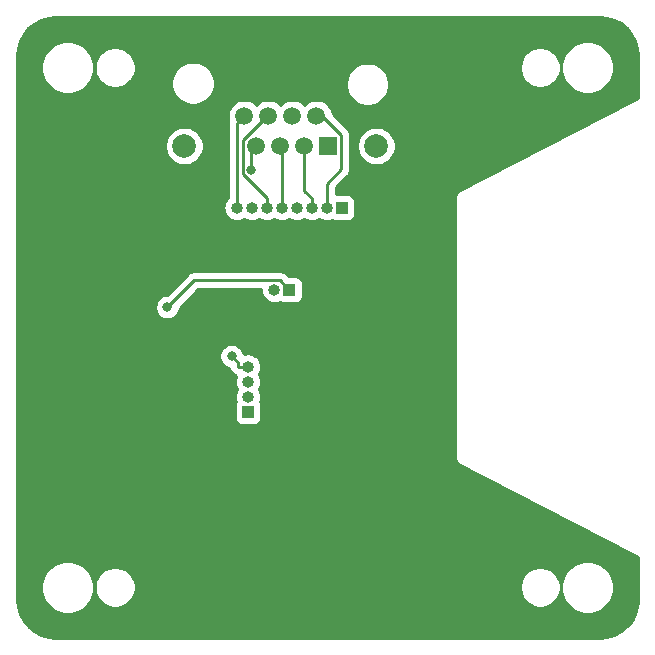
<source format=gbl>
G04 #@! TF.GenerationSoftware,KiCad,Pcbnew,5.1.2-f72e74a~84~ubuntu18.04.1*
G04 #@! TF.CreationDate,2019-07-18T22:32:31+09:00*
G04 #@! TF.ProjectId,dentureRS485,64656e74-7572-4655-9253-3438352e6b69,rev?*
G04 #@! TF.SameCoordinates,Original*
G04 #@! TF.FileFunction,Copper,L2,Bot*
G04 #@! TF.FilePolarity,Positive*
%FSLAX46Y46*%
G04 Gerber Fmt 4.6, Leading zero omitted, Abs format (unit mm)*
G04 Created by KiCad (PCBNEW 5.1.2-f72e74a~84~ubuntu18.04.1) date 2019-07-18 22:32:31*
%MOMM*%
%LPD*%
G04 APERTURE LIST*
%ADD10R,1.000000X1.000000*%
%ADD11O,1.000000X1.000000*%
%ADD12R,1.500000X1.500000*%
%ADD13C,1.500000*%
%ADD14C,2.000000*%
%ADD15C,0.800000*%
%ADD16C,0.250000*%
%ADD17C,0.254000*%
G04 APERTURE END LIST*
D10*
X118259000Y-82153200D03*
D11*
X118259000Y-80883200D03*
X118259000Y-79613200D03*
X118259000Y-78343200D03*
D10*
X126205000Y-64871600D03*
D11*
X124935000Y-64871600D03*
X123665000Y-64871600D03*
X122395000Y-64871600D03*
X121125000Y-64871600D03*
X119855000Y-64871600D03*
X118585000Y-64871600D03*
X117315000Y-64871600D03*
D12*
X125070000Y-59639200D03*
D13*
X123030000Y-59639200D03*
X120990000Y-59639200D03*
X118950000Y-59639200D03*
X124050000Y-57099200D03*
X122010000Y-57099200D03*
X119970000Y-57099200D03*
X117930000Y-57099200D03*
D14*
X129115000Y-59639200D03*
X112865000Y-59639200D03*
D10*
X121769000Y-71813200D03*
D11*
X120499000Y-71813200D03*
D15*
X132868800Y-62953200D03*
X125555053Y-71679453D03*
X139578800Y-93193200D03*
X105795309Y-94437674D03*
X105484039Y-55378439D03*
X110158800Y-76503200D03*
X128798800Y-84413200D03*
X128718800Y-77713200D03*
X141778800Y-56883200D03*
X118531700Y-61673500D03*
X111424600Y-73285600D03*
X116874000Y-77427000D03*
D16*
X132868800Y-62953200D02*
X125555053Y-70266947D01*
X125555053Y-70266947D02*
X125555053Y-71679453D01*
X125555053Y-71679453D02*
X125555053Y-79169453D01*
X125555053Y-79169453D02*
X139578800Y-93193200D01*
X105795309Y-94437674D02*
X105795309Y-55689709D01*
X105795309Y-55689709D02*
X105484039Y-55378439D01*
X105795309Y-94437674D02*
X105795309Y-80866691D01*
X105795309Y-80866691D02*
X110158800Y-76503200D01*
X139578800Y-93193200D02*
X137578800Y-93193200D01*
X137578800Y-93193200D02*
X128798800Y-84413200D01*
X128798800Y-84413200D02*
X128798800Y-77793200D01*
X128798800Y-77793200D02*
X128718800Y-77713200D01*
X132868800Y-62953200D02*
X135708800Y-62953200D01*
X135708800Y-62953200D02*
X141778800Y-56883200D01*
X124050000Y-57099200D02*
X124538000Y-57099200D01*
X124538000Y-57099200D02*
X126145400Y-58706600D01*
X126145400Y-58706600D02*
X126145400Y-61614600D01*
X126145400Y-61614600D02*
X124935000Y-62825000D01*
X124935000Y-62825000D02*
X124935000Y-64871600D01*
X123665000Y-64871600D02*
X123665000Y-64046300D01*
X123030000Y-59639200D02*
X123030000Y-63411300D01*
X123030000Y-63411300D02*
X123665000Y-64046300D01*
X120990000Y-59639200D02*
X121125000Y-59774200D01*
X121125000Y-59774200D02*
X121125000Y-64871600D01*
X119970000Y-57099200D02*
X119842400Y-57099200D01*
X119842400Y-57099200D02*
X117806400Y-59135200D01*
X117806400Y-59135200D02*
X117806400Y-61997700D01*
X117806400Y-61997700D02*
X119855000Y-64046300D01*
X119855000Y-64871600D02*
X119855000Y-64046300D01*
X118950000Y-59639200D02*
X118531700Y-60057500D01*
X118531700Y-60057500D02*
X118531700Y-61673500D01*
X117930000Y-57099200D02*
X117315000Y-57714200D01*
X117315000Y-57714200D02*
X117315000Y-64871600D01*
X121769000Y-71813200D02*
X120943600Y-70987800D01*
X120943600Y-70987800D02*
X113722400Y-70987800D01*
X113722400Y-70987800D02*
X111424600Y-73285600D01*
X118259000Y-78343200D02*
X117433700Y-78343200D01*
X116874000Y-77427000D02*
X117433700Y-77986700D01*
X117433700Y-77986700D02*
X117433700Y-78343200D01*
D17*
G36*
X148638370Y-48775998D02*
G01*
X149252424Y-48961392D01*
X149818773Y-49262525D01*
X150315848Y-49667928D01*
X150724712Y-50162159D01*
X151029790Y-50726389D01*
X151219467Y-51339137D01*
X151290000Y-52010204D01*
X151290001Y-55567461D01*
X136231922Y-63339373D01*
X136226980Y-63340872D01*
X136169773Y-63371450D01*
X136143372Y-63385076D01*
X136139078Y-63387856D01*
X136103637Y-63406800D01*
X136080506Y-63425784D01*
X136055394Y-63442044D01*
X136026580Y-63470039D01*
X135995525Y-63495526D01*
X135976544Y-63518655D01*
X135955085Y-63539504D01*
X135932287Y-63572582D01*
X135906800Y-63603638D01*
X135892696Y-63630025D01*
X135875717Y-63654660D01*
X135859810Y-63691550D01*
X135840872Y-63726981D01*
X135832186Y-63755614D01*
X135820340Y-63783087D01*
X135811937Y-63822367D01*
X135800273Y-63860817D01*
X135797340Y-63890600D01*
X135791082Y-63919851D01*
X135790503Y-63960014D01*
X135790000Y-63965124D01*
X135790000Y-63994942D01*
X135789067Y-64059693D01*
X135790000Y-64064764D01*
X135790001Y-85935230D01*
X135789067Y-85940307D01*
X135790001Y-86005127D01*
X135790001Y-86034877D01*
X135790503Y-86039975D01*
X135791082Y-86080149D01*
X135797341Y-86109408D01*
X135800274Y-86139184D01*
X135811935Y-86177626D01*
X135820340Y-86216913D01*
X135832189Y-86244392D01*
X135840873Y-86273020D01*
X135859808Y-86308446D01*
X135875717Y-86345340D01*
X135892698Y-86369978D01*
X135906801Y-86396363D01*
X135932286Y-86427417D01*
X135955085Y-86460496D01*
X135976545Y-86481346D01*
X135995526Y-86504475D01*
X136026579Y-86529960D01*
X136055394Y-86557956D01*
X136080509Y-86574219D01*
X136103638Y-86593200D01*
X136139073Y-86612141D01*
X136143372Y-86614924D01*
X136169802Y-86628565D01*
X136226981Y-86659128D01*
X136231920Y-86660626D01*
X151265000Y-94419636D01*
X151265001Y-98036105D01*
X151274048Y-98127967D01*
X151224004Y-98638366D01*
X151038607Y-99252428D01*
X150737474Y-99818775D01*
X150332071Y-100315847D01*
X149837842Y-100724710D01*
X149273611Y-101029790D01*
X148660862Y-101219467D01*
X147989787Y-101290000D01*
X102034720Y-101290000D01*
X101361634Y-101224004D01*
X100747572Y-101038607D01*
X100181225Y-100737474D01*
X99684153Y-100332071D01*
X99275290Y-99837842D01*
X98970210Y-99273611D01*
X98780533Y-98660862D01*
X98710000Y-97989787D01*
X98710000Y-96779872D01*
X100765000Y-96779872D01*
X100765000Y-97220128D01*
X100850890Y-97651925D01*
X101019369Y-98058669D01*
X101263962Y-98424729D01*
X101575271Y-98736038D01*
X101941331Y-98980631D01*
X102348075Y-99149110D01*
X102779872Y-99235000D01*
X103220128Y-99235000D01*
X103651925Y-99149110D01*
X104058669Y-98980631D01*
X104424729Y-98736038D01*
X104736038Y-98424729D01*
X104980631Y-98058669D01*
X105149110Y-97651925D01*
X105235000Y-97220128D01*
X105235000Y-96829117D01*
X105265000Y-96829117D01*
X105265000Y-97170883D01*
X105331675Y-97506081D01*
X105462463Y-97821831D01*
X105652337Y-98105998D01*
X105894002Y-98347663D01*
X106178169Y-98537537D01*
X106493919Y-98668325D01*
X106829117Y-98735000D01*
X107170883Y-98735000D01*
X107506081Y-98668325D01*
X107821831Y-98537537D01*
X108105998Y-98347663D01*
X108347663Y-98105998D01*
X108537537Y-97821831D01*
X108668325Y-97506081D01*
X108735000Y-97170883D01*
X108735000Y-96829117D01*
X141265000Y-96829117D01*
X141265000Y-97170883D01*
X141331675Y-97506081D01*
X141462463Y-97821831D01*
X141652337Y-98105998D01*
X141894002Y-98347663D01*
X142178169Y-98537537D01*
X142493919Y-98668325D01*
X142829117Y-98735000D01*
X143170883Y-98735000D01*
X143506081Y-98668325D01*
X143821831Y-98537537D01*
X144105998Y-98347663D01*
X144347663Y-98105998D01*
X144537537Y-97821831D01*
X144668325Y-97506081D01*
X144735000Y-97170883D01*
X144735000Y-96829117D01*
X144725205Y-96779872D01*
X144765000Y-96779872D01*
X144765000Y-97220128D01*
X144850890Y-97651925D01*
X145019369Y-98058669D01*
X145263962Y-98424729D01*
X145575271Y-98736038D01*
X145941331Y-98980631D01*
X146348075Y-99149110D01*
X146779872Y-99235000D01*
X147220128Y-99235000D01*
X147651925Y-99149110D01*
X148058669Y-98980631D01*
X148424729Y-98736038D01*
X148736038Y-98424729D01*
X148980631Y-98058669D01*
X149149110Y-97651925D01*
X149235000Y-97220128D01*
X149235000Y-96779872D01*
X149149110Y-96348075D01*
X148980631Y-95941331D01*
X148736038Y-95575271D01*
X148424729Y-95263962D01*
X148058669Y-95019369D01*
X147651925Y-94850890D01*
X147220128Y-94765000D01*
X146779872Y-94765000D01*
X146348075Y-94850890D01*
X145941331Y-95019369D01*
X145575271Y-95263962D01*
X145263962Y-95575271D01*
X145019369Y-95941331D01*
X144850890Y-96348075D01*
X144765000Y-96779872D01*
X144725205Y-96779872D01*
X144668325Y-96493919D01*
X144537537Y-96178169D01*
X144347663Y-95894002D01*
X144105998Y-95652337D01*
X143821831Y-95462463D01*
X143506081Y-95331675D01*
X143170883Y-95265000D01*
X142829117Y-95265000D01*
X142493919Y-95331675D01*
X142178169Y-95462463D01*
X141894002Y-95652337D01*
X141652337Y-95894002D01*
X141462463Y-96178169D01*
X141331675Y-96493919D01*
X141265000Y-96829117D01*
X108735000Y-96829117D01*
X108668325Y-96493919D01*
X108537537Y-96178169D01*
X108347663Y-95894002D01*
X108105998Y-95652337D01*
X107821831Y-95462463D01*
X107506081Y-95331675D01*
X107170883Y-95265000D01*
X106829117Y-95265000D01*
X106493919Y-95331675D01*
X106178169Y-95462463D01*
X105894002Y-95652337D01*
X105652337Y-95894002D01*
X105462463Y-96178169D01*
X105331675Y-96493919D01*
X105265000Y-96829117D01*
X105235000Y-96829117D01*
X105235000Y-96779872D01*
X105149110Y-96348075D01*
X104980631Y-95941331D01*
X104736038Y-95575271D01*
X104424729Y-95263962D01*
X104058669Y-95019369D01*
X103651925Y-94850890D01*
X103220128Y-94765000D01*
X102779872Y-94765000D01*
X102348075Y-94850890D01*
X101941331Y-95019369D01*
X101575271Y-95263962D01*
X101263962Y-95575271D01*
X101019369Y-95941331D01*
X100850890Y-96348075D01*
X100765000Y-96779872D01*
X98710000Y-96779872D01*
X98710000Y-77325061D01*
X115839000Y-77325061D01*
X115839000Y-77528939D01*
X115878774Y-77728898D01*
X115956795Y-77917256D01*
X116070063Y-78086774D01*
X116214226Y-78230937D01*
X116383744Y-78344205D01*
X116572102Y-78422226D01*
X116679919Y-78443672D01*
X116684697Y-78492186D01*
X116728154Y-78635447D01*
X116798726Y-78767476D01*
X116893699Y-78883201D01*
X117009424Y-78978174D01*
X117141453Y-79048746D01*
X117255288Y-79083277D01*
X117205324Y-79176753D01*
X117140423Y-79390701D01*
X117118509Y-79613200D01*
X117140423Y-79835699D01*
X117205324Y-80049647D01*
X117310716Y-80246823D01*
X117311846Y-80248200D01*
X117310716Y-80249577D01*
X117205324Y-80446753D01*
X117140423Y-80660701D01*
X117118509Y-80883200D01*
X117140423Y-81105699D01*
X117205324Y-81319647D01*
X117211297Y-81330821D01*
X117169498Y-81409020D01*
X117133188Y-81528718D01*
X117120928Y-81653200D01*
X117120928Y-82653200D01*
X117133188Y-82777682D01*
X117169498Y-82897380D01*
X117228463Y-83007694D01*
X117307815Y-83104385D01*
X117404506Y-83183737D01*
X117514820Y-83242702D01*
X117634518Y-83279012D01*
X117759000Y-83291272D01*
X118759000Y-83291272D01*
X118883482Y-83279012D01*
X119003180Y-83242702D01*
X119113494Y-83183737D01*
X119210185Y-83104385D01*
X119289537Y-83007694D01*
X119348502Y-82897380D01*
X119384812Y-82777682D01*
X119397072Y-82653200D01*
X119397072Y-81653200D01*
X119384812Y-81528718D01*
X119348502Y-81409020D01*
X119306703Y-81330821D01*
X119312676Y-81319647D01*
X119377577Y-81105699D01*
X119399491Y-80883200D01*
X119377577Y-80660701D01*
X119312676Y-80446753D01*
X119207284Y-80249577D01*
X119206154Y-80248200D01*
X119207284Y-80246823D01*
X119312676Y-80049647D01*
X119377577Y-79835699D01*
X119399491Y-79613200D01*
X119377577Y-79390701D01*
X119312676Y-79176753D01*
X119207284Y-78979577D01*
X119206154Y-78978200D01*
X119207284Y-78976823D01*
X119312676Y-78779647D01*
X119377577Y-78565699D01*
X119399491Y-78343200D01*
X119377577Y-78120701D01*
X119312676Y-77906753D01*
X119207284Y-77709577D01*
X119065449Y-77536751D01*
X118892623Y-77394916D01*
X118695447Y-77289524D01*
X118481499Y-77224623D01*
X118314752Y-77208200D01*
X118203248Y-77208200D01*
X118036501Y-77224623D01*
X117897414Y-77266815D01*
X117869226Y-77125102D01*
X117791205Y-76936744D01*
X117677937Y-76767226D01*
X117533774Y-76623063D01*
X117364256Y-76509795D01*
X117175898Y-76431774D01*
X116975939Y-76392000D01*
X116772061Y-76392000D01*
X116572102Y-76431774D01*
X116383744Y-76509795D01*
X116214226Y-76623063D01*
X116070063Y-76767226D01*
X115956795Y-76936744D01*
X115878774Y-77125102D01*
X115839000Y-77325061D01*
X98710000Y-77325061D01*
X98710000Y-73183661D01*
X110389600Y-73183661D01*
X110389600Y-73387539D01*
X110429374Y-73587498D01*
X110507395Y-73775856D01*
X110620663Y-73945374D01*
X110764826Y-74089537D01*
X110934344Y-74202805D01*
X111122702Y-74280826D01*
X111322661Y-74320600D01*
X111526539Y-74320600D01*
X111726498Y-74280826D01*
X111914856Y-74202805D01*
X112084374Y-74089537D01*
X112228537Y-73945374D01*
X112341805Y-73775856D01*
X112419826Y-73587498D01*
X112459600Y-73387539D01*
X112459600Y-73325401D01*
X114037202Y-71747800D01*
X119364950Y-71747800D01*
X119358509Y-71813200D01*
X119380423Y-72035699D01*
X119445324Y-72249647D01*
X119550716Y-72446823D01*
X119692551Y-72619649D01*
X119865377Y-72761484D01*
X120062553Y-72866876D01*
X120276501Y-72931777D01*
X120443248Y-72948200D01*
X120554752Y-72948200D01*
X120721499Y-72931777D01*
X120935447Y-72866876D01*
X120946621Y-72860903D01*
X121024820Y-72902702D01*
X121144518Y-72939012D01*
X121269000Y-72951272D01*
X122269000Y-72951272D01*
X122393482Y-72939012D01*
X122513180Y-72902702D01*
X122623494Y-72843737D01*
X122720185Y-72764385D01*
X122799537Y-72667694D01*
X122858502Y-72557380D01*
X122894812Y-72437682D01*
X122907072Y-72313200D01*
X122907072Y-71313200D01*
X122894812Y-71188718D01*
X122858502Y-71069020D01*
X122799537Y-70958706D01*
X122720185Y-70862015D01*
X122623494Y-70782663D01*
X122513180Y-70723698D01*
X122393482Y-70687388D01*
X122269000Y-70675128D01*
X121705729Y-70675128D01*
X121507403Y-70476802D01*
X121483601Y-70447799D01*
X121367876Y-70352826D01*
X121235847Y-70282254D01*
X121092586Y-70238797D01*
X120980933Y-70227800D01*
X120980922Y-70227800D01*
X120943600Y-70224124D01*
X120906278Y-70227800D01*
X113759723Y-70227800D01*
X113722400Y-70224124D01*
X113685077Y-70227800D01*
X113685067Y-70227800D01*
X113573414Y-70238797D01*
X113430153Y-70282254D01*
X113298123Y-70352826D01*
X113214483Y-70421468D01*
X113182399Y-70447799D01*
X113158601Y-70476797D01*
X111384799Y-72250600D01*
X111322661Y-72250600D01*
X111122702Y-72290374D01*
X110934344Y-72368395D01*
X110764826Y-72481663D01*
X110620663Y-72625826D01*
X110507395Y-72795344D01*
X110429374Y-72983702D01*
X110389600Y-73183661D01*
X98710000Y-73183661D01*
X98710000Y-64871600D01*
X116174509Y-64871600D01*
X116196423Y-65094099D01*
X116261324Y-65308047D01*
X116366716Y-65505223D01*
X116508551Y-65678049D01*
X116681377Y-65819884D01*
X116878553Y-65925276D01*
X117092501Y-65990177D01*
X117259248Y-66006600D01*
X117370752Y-66006600D01*
X117537499Y-65990177D01*
X117751447Y-65925276D01*
X117948623Y-65819884D01*
X117950000Y-65818754D01*
X117951377Y-65819884D01*
X118148553Y-65925276D01*
X118362501Y-65990177D01*
X118529248Y-66006600D01*
X118640752Y-66006600D01*
X118807499Y-65990177D01*
X119021447Y-65925276D01*
X119218623Y-65819884D01*
X119220000Y-65818754D01*
X119221377Y-65819884D01*
X119418553Y-65925276D01*
X119632501Y-65990177D01*
X119799248Y-66006600D01*
X119910752Y-66006600D01*
X120077499Y-65990177D01*
X120291447Y-65925276D01*
X120488623Y-65819884D01*
X120490000Y-65818754D01*
X120491377Y-65819884D01*
X120688553Y-65925276D01*
X120902501Y-65990177D01*
X121069248Y-66006600D01*
X121180752Y-66006600D01*
X121347499Y-65990177D01*
X121561447Y-65925276D01*
X121758623Y-65819884D01*
X121760000Y-65818754D01*
X121761377Y-65819884D01*
X121958553Y-65925276D01*
X122172501Y-65990177D01*
X122339248Y-66006600D01*
X122450752Y-66006600D01*
X122617499Y-65990177D01*
X122831447Y-65925276D01*
X123028623Y-65819884D01*
X123030000Y-65818754D01*
X123031377Y-65819884D01*
X123228553Y-65925276D01*
X123442501Y-65990177D01*
X123609248Y-66006600D01*
X123720752Y-66006600D01*
X123887499Y-65990177D01*
X124101447Y-65925276D01*
X124298623Y-65819884D01*
X124300000Y-65818754D01*
X124301377Y-65819884D01*
X124498553Y-65925276D01*
X124712501Y-65990177D01*
X124879248Y-66006600D01*
X124990752Y-66006600D01*
X125157499Y-65990177D01*
X125371447Y-65925276D01*
X125382621Y-65919303D01*
X125460820Y-65961102D01*
X125580518Y-65997412D01*
X125705000Y-66009672D01*
X126705000Y-66009672D01*
X126829482Y-65997412D01*
X126949180Y-65961102D01*
X127059494Y-65902137D01*
X127156185Y-65822785D01*
X127235537Y-65726094D01*
X127294502Y-65615780D01*
X127330812Y-65496082D01*
X127343072Y-65371600D01*
X127343072Y-64371600D01*
X127330812Y-64247118D01*
X127294502Y-64127420D01*
X127235537Y-64017106D01*
X127156185Y-63920415D01*
X127059494Y-63841063D01*
X126949180Y-63782098D01*
X126829482Y-63745788D01*
X126705000Y-63733528D01*
X125705000Y-63733528D01*
X125695000Y-63734513D01*
X125695000Y-63139801D01*
X126656403Y-62178399D01*
X126685401Y-62154601D01*
X126749910Y-62075997D01*
X126780374Y-62038877D01*
X126850946Y-61906847D01*
X126890807Y-61775439D01*
X126894403Y-61763586D01*
X126905400Y-61651933D01*
X126905400Y-61651924D01*
X126909076Y-61614601D01*
X126905400Y-61577278D01*
X126905400Y-59478167D01*
X127480000Y-59478167D01*
X127480000Y-59800233D01*
X127542832Y-60116112D01*
X127666082Y-60413663D01*
X127845013Y-60681452D01*
X128072748Y-60909187D01*
X128340537Y-61088118D01*
X128638088Y-61211368D01*
X128953967Y-61274200D01*
X129276033Y-61274200D01*
X129591912Y-61211368D01*
X129889463Y-61088118D01*
X130157252Y-60909187D01*
X130384987Y-60681452D01*
X130563918Y-60413663D01*
X130687168Y-60116112D01*
X130750000Y-59800233D01*
X130750000Y-59478167D01*
X130687168Y-59162288D01*
X130563918Y-58864737D01*
X130384987Y-58596948D01*
X130157252Y-58369213D01*
X129889463Y-58190282D01*
X129591912Y-58067032D01*
X129276033Y-58004200D01*
X128953967Y-58004200D01*
X128638088Y-58067032D01*
X128340537Y-58190282D01*
X128072748Y-58369213D01*
X127845013Y-58596948D01*
X127666082Y-58864737D01*
X127542832Y-59162288D01*
X127480000Y-59478167D01*
X126905400Y-59478167D01*
X126905400Y-58743923D01*
X126909076Y-58706600D01*
X126905400Y-58669277D01*
X126905400Y-58669267D01*
X126894403Y-58557614D01*
X126850946Y-58414353D01*
X126780375Y-58282325D01*
X126780374Y-58282323D01*
X126709199Y-58195597D01*
X126685401Y-58166599D01*
X126656404Y-58142802D01*
X125424723Y-56911121D01*
X125381775Y-56695211D01*
X125277371Y-56443157D01*
X125125799Y-56216314D01*
X124932886Y-56023401D01*
X124706043Y-55871829D01*
X124453989Y-55767425D01*
X124186411Y-55714200D01*
X123913589Y-55714200D01*
X123646011Y-55767425D01*
X123393957Y-55871829D01*
X123167114Y-56023401D01*
X123030000Y-56160515D01*
X122892886Y-56023401D01*
X122666043Y-55871829D01*
X122413989Y-55767425D01*
X122146411Y-55714200D01*
X121873589Y-55714200D01*
X121606011Y-55767425D01*
X121353957Y-55871829D01*
X121127114Y-56023401D01*
X120990000Y-56160515D01*
X120852886Y-56023401D01*
X120626043Y-55871829D01*
X120373989Y-55767425D01*
X120106411Y-55714200D01*
X119833589Y-55714200D01*
X119566011Y-55767425D01*
X119313957Y-55871829D01*
X119087114Y-56023401D01*
X118950000Y-56160515D01*
X118812886Y-56023401D01*
X118586043Y-55871829D01*
X118333989Y-55767425D01*
X118066411Y-55714200D01*
X117793589Y-55714200D01*
X117526011Y-55767425D01*
X117273957Y-55871829D01*
X117047114Y-56023401D01*
X116854201Y-56216314D01*
X116702629Y-56443157D01*
X116598225Y-56695211D01*
X116545000Y-56962789D01*
X116545000Y-57235611D01*
X116592913Y-57476484D01*
X116565997Y-57565215D01*
X116555000Y-57676868D01*
X116555000Y-57676878D01*
X116551324Y-57714200D01*
X116555000Y-57751523D01*
X116555001Y-64027030D01*
X116508551Y-64065151D01*
X116366716Y-64237977D01*
X116261324Y-64435153D01*
X116196423Y-64649101D01*
X116174509Y-64871600D01*
X98710000Y-64871600D01*
X98710000Y-59478167D01*
X111230000Y-59478167D01*
X111230000Y-59800233D01*
X111292832Y-60116112D01*
X111416082Y-60413663D01*
X111595013Y-60681452D01*
X111822748Y-60909187D01*
X112090537Y-61088118D01*
X112388088Y-61211368D01*
X112703967Y-61274200D01*
X113026033Y-61274200D01*
X113341912Y-61211368D01*
X113639463Y-61088118D01*
X113907252Y-60909187D01*
X114134987Y-60681452D01*
X114313918Y-60413663D01*
X114437168Y-60116112D01*
X114500000Y-59800233D01*
X114500000Y-59478167D01*
X114437168Y-59162288D01*
X114313918Y-58864737D01*
X114134987Y-58596948D01*
X113907252Y-58369213D01*
X113639463Y-58190282D01*
X113341912Y-58067032D01*
X113026033Y-58004200D01*
X112703967Y-58004200D01*
X112388088Y-58067032D01*
X112090537Y-58190282D01*
X111822748Y-58369213D01*
X111595013Y-58596948D01*
X111416082Y-58864737D01*
X111292832Y-59162288D01*
X111230000Y-59478167D01*
X98710000Y-59478167D01*
X98710000Y-52779872D01*
X100765000Y-52779872D01*
X100765000Y-53220128D01*
X100850890Y-53651925D01*
X101019369Y-54058669D01*
X101263962Y-54424729D01*
X101575271Y-54736038D01*
X101941331Y-54980631D01*
X102348075Y-55149110D01*
X102779872Y-55235000D01*
X103220128Y-55235000D01*
X103651925Y-55149110D01*
X104058669Y-54980631D01*
X104424729Y-54736038D01*
X104736038Y-54424729D01*
X104980631Y-54058669D01*
X105149110Y-53651925D01*
X105235000Y-53220128D01*
X105235000Y-52829117D01*
X105265000Y-52829117D01*
X105265000Y-53170883D01*
X105331675Y-53506081D01*
X105462463Y-53821831D01*
X105652337Y-54105998D01*
X105894002Y-54347663D01*
X106178169Y-54537537D01*
X106493919Y-54668325D01*
X106829117Y-54735000D01*
X107170883Y-54735000D01*
X107506081Y-54668325D01*
X107821831Y-54537537D01*
X108105998Y-54347663D01*
X108303793Y-54149868D01*
X111755000Y-54149868D01*
X111755000Y-54511332D01*
X111825518Y-54865850D01*
X111963844Y-55199799D01*
X112164662Y-55500344D01*
X112420256Y-55755938D01*
X112720801Y-55956756D01*
X113054750Y-56095082D01*
X113409268Y-56165600D01*
X113770732Y-56165600D01*
X114125250Y-56095082D01*
X114459199Y-55956756D01*
X114759744Y-55755938D01*
X115015338Y-55500344D01*
X115216156Y-55199799D01*
X115354482Y-54865850D01*
X115425000Y-54511332D01*
X115425000Y-54238768D01*
X126555000Y-54238768D01*
X126555000Y-54600232D01*
X126625518Y-54954750D01*
X126763844Y-55288699D01*
X126964662Y-55589244D01*
X127220256Y-55844838D01*
X127520801Y-56045656D01*
X127854750Y-56183982D01*
X128209268Y-56254500D01*
X128570732Y-56254500D01*
X128925250Y-56183982D01*
X129259199Y-56045656D01*
X129559744Y-55844838D01*
X129815338Y-55589244D01*
X130016156Y-55288699D01*
X130154482Y-54954750D01*
X130225000Y-54600232D01*
X130225000Y-54238768D01*
X130154482Y-53884250D01*
X130016156Y-53550301D01*
X129815338Y-53249756D01*
X129559744Y-52994162D01*
X129312738Y-52829117D01*
X141265000Y-52829117D01*
X141265000Y-53170883D01*
X141331675Y-53506081D01*
X141462463Y-53821831D01*
X141652337Y-54105998D01*
X141894002Y-54347663D01*
X142178169Y-54537537D01*
X142493919Y-54668325D01*
X142829117Y-54735000D01*
X143170883Y-54735000D01*
X143506081Y-54668325D01*
X143821831Y-54537537D01*
X144105998Y-54347663D01*
X144347663Y-54105998D01*
X144537537Y-53821831D01*
X144668325Y-53506081D01*
X144735000Y-53170883D01*
X144735000Y-52829117D01*
X144725205Y-52779872D01*
X144765000Y-52779872D01*
X144765000Y-53220128D01*
X144850890Y-53651925D01*
X145019369Y-54058669D01*
X145263962Y-54424729D01*
X145575271Y-54736038D01*
X145941331Y-54980631D01*
X146348075Y-55149110D01*
X146779872Y-55235000D01*
X147220128Y-55235000D01*
X147651925Y-55149110D01*
X148058669Y-54980631D01*
X148424729Y-54736038D01*
X148736038Y-54424729D01*
X148980631Y-54058669D01*
X149149110Y-53651925D01*
X149235000Y-53220128D01*
X149235000Y-52779872D01*
X149149110Y-52348075D01*
X148980631Y-51941331D01*
X148736038Y-51575271D01*
X148424729Y-51263962D01*
X148058669Y-51019369D01*
X147651925Y-50850890D01*
X147220128Y-50765000D01*
X146779872Y-50765000D01*
X146348075Y-50850890D01*
X145941331Y-51019369D01*
X145575271Y-51263962D01*
X145263962Y-51575271D01*
X145019369Y-51941331D01*
X144850890Y-52348075D01*
X144765000Y-52779872D01*
X144725205Y-52779872D01*
X144668325Y-52493919D01*
X144537537Y-52178169D01*
X144347663Y-51894002D01*
X144105998Y-51652337D01*
X143821831Y-51462463D01*
X143506081Y-51331675D01*
X143170883Y-51265000D01*
X142829117Y-51265000D01*
X142493919Y-51331675D01*
X142178169Y-51462463D01*
X141894002Y-51652337D01*
X141652337Y-51894002D01*
X141462463Y-52178169D01*
X141331675Y-52493919D01*
X141265000Y-52829117D01*
X129312738Y-52829117D01*
X129259199Y-52793344D01*
X128925250Y-52655018D01*
X128570732Y-52584500D01*
X128209268Y-52584500D01*
X127854750Y-52655018D01*
X127520801Y-52793344D01*
X127220256Y-52994162D01*
X126964662Y-53249756D01*
X126763844Y-53550301D01*
X126625518Y-53884250D01*
X126555000Y-54238768D01*
X115425000Y-54238768D01*
X115425000Y-54149868D01*
X115354482Y-53795350D01*
X115216156Y-53461401D01*
X115015338Y-53160856D01*
X114759744Y-52905262D01*
X114459199Y-52704444D01*
X114125250Y-52566118D01*
X113770732Y-52495600D01*
X113409268Y-52495600D01*
X113054750Y-52566118D01*
X112720801Y-52704444D01*
X112420256Y-52905262D01*
X112164662Y-53160856D01*
X111963844Y-53461401D01*
X111825518Y-53795350D01*
X111755000Y-54149868D01*
X108303793Y-54149868D01*
X108347663Y-54105998D01*
X108537537Y-53821831D01*
X108668325Y-53506081D01*
X108735000Y-53170883D01*
X108735000Y-52829117D01*
X108668325Y-52493919D01*
X108537537Y-52178169D01*
X108347663Y-51894002D01*
X108105998Y-51652337D01*
X107821831Y-51462463D01*
X107506081Y-51331675D01*
X107170883Y-51265000D01*
X106829117Y-51265000D01*
X106493919Y-51331675D01*
X106178169Y-51462463D01*
X105894002Y-51652337D01*
X105652337Y-51894002D01*
X105462463Y-52178169D01*
X105331675Y-52493919D01*
X105265000Y-52829117D01*
X105235000Y-52829117D01*
X105235000Y-52779872D01*
X105149110Y-52348075D01*
X104980631Y-51941331D01*
X104736038Y-51575271D01*
X104424729Y-51263962D01*
X104058669Y-51019369D01*
X103651925Y-50850890D01*
X103220128Y-50765000D01*
X102779872Y-50765000D01*
X102348075Y-50850890D01*
X101941331Y-51019369D01*
X101575271Y-51263962D01*
X101263962Y-51575271D01*
X101019369Y-51941331D01*
X100850890Y-52348075D01*
X100765000Y-52779872D01*
X98710000Y-52779872D01*
X98710000Y-52034721D01*
X98775998Y-51361630D01*
X98961392Y-50747576D01*
X99262525Y-50181227D01*
X99667928Y-49684152D01*
X100162159Y-49275288D01*
X100726389Y-48970210D01*
X101339137Y-48780533D01*
X102010204Y-48710000D01*
X147965279Y-48710000D01*
X148638370Y-48775998D01*
X148638370Y-48775998D01*
G37*
X148638370Y-48775998D02*
X149252424Y-48961392D01*
X149818773Y-49262525D01*
X150315848Y-49667928D01*
X150724712Y-50162159D01*
X151029790Y-50726389D01*
X151219467Y-51339137D01*
X151290000Y-52010204D01*
X151290001Y-55567461D01*
X136231922Y-63339373D01*
X136226980Y-63340872D01*
X136169773Y-63371450D01*
X136143372Y-63385076D01*
X136139078Y-63387856D01*
X136103637Y-63406800D01*
X136080506Y-63425784D01*
X136055394Y-63442044D01*
X136026580Y-63470039D01*
X135995525Y-63495526D01*
X135976544Y-63518655D01*
X135955085Y-63539504D01*
X135932287Y-63572582D01*
X135906800Y-63603638D01*
X135892696Y-63630025D01*
X135875717Y-63654660D01*
X135859810Y-63691550D01*
X135840872Y-63726981D01*
X135832186Y-63755614D01*
X135820340Y-63783087D01*
X135811937Y-63822367D01*
X135800273Y-63860817D01*
X135797340Y-63890600D01*
X135791082Y-63919851D01*
X135790503Y-63960014D01*
X135790000Y-63965124D01*
X135790000Y-63994942D01*
X135789067Y-64059693D01*
X135790000Y-64064764D01*
X135790001Y-85935230D01*
X135789067Y-85940307D01*
X135790001Y-86005127D01*
X135790001Y-86034877D01*
X135790503Y-86039975D01*
X135791082Y-86080149D01*
X135797341Y-86109408D01*
X135800274Y-86139184D01*
X135811935Y-86177626D01*
X135820340Y-86216913D01*
X135832189Y-86244392D01*
X135840873Y-86273020D01*
X135859808Y-86308446D01*
X135875717Y-86345340D01*
X135892698Y-86369978D01*
X135906801Y-86396363D01*
X135932286Y-86427417D01*
X135955085Y-86460496D01*
X135976545Y-86481346D01*
X135995526Y-86504475D01*
X136026579Y-86529960D01*
X136055394Y-86557956D01*
X136080509Y-86574219D01*
X136103638Y-86593200D01*
X136139073Y-86612141D01*
X136143372Y-86614924D01*
X136169802Y-86628565D01*
X136226981Y-86659128D01*
X136231920Y-86660626D01*
X151265000Y-94419636D01*
X151265001Y-98036105D01*
X151274048Y-98127967D01*
X151224004Y-98638366D01*
X151038607Y-99252428D01*
X150737474Y-99818775D01*
X150332071Y-100315847D01*
X149837842Y-100724710D01*
X149273611Y-101029790D01*
X148660862Y-101219467D01*
X147989787Y-101290000D01*
X102034720Y-101290000D01*
X101361634Y-101224004D01*
X100747572Y-101038607D01*
X100181225Y-100737474D01*
X99684153Y-100332071D01*
X99275290Y-99837842D01*
X98970210Y-99273611D01*
X98780533Y-98660862D01*
X98710000Y-97989787D01*
X98710000Y-96779872D01*
X100765000Y-96779872D01*
X100765000Y-97220128D01*
X100850890Y-97651925D01*
X101019369Y-98058669D01*
X101263962Y-98424729D01*
X101575271Y-98736038D01*
X101941331Y-98980631D01*
X102348075Y-99149110D01*
X102779872Y-99235000D01*
X103220128Y-99235000D01*
X103651925Y-99149110D01*
X104058669Y-98980631D01*
X104424729Y-98736038D01*
X104736038Y-98424729D01*
X104980631Y-98058669D01*
X105149110Y-97651925D01*
X105235000Y-97220128D01*
X105235000Y-96829117D01*
X105265000Y-96829117D01*
X105265000Y-97170883D01*
X105331675Y-97506081D01*
X105462463Y-97821831D01*
X105652337Y-98105998D01*
X105894002Y-98347663D01*
X106178169Y-98537537D01*
X106493919Y-98668325D01*
X106829117Y-98735000D01*
X107170883Y-98735000D01*
X107506081Y-98668325D01*
X107821831Y-98537537D01*
X108105998Y-98347663D01*
X108347663Y-98105998D01*
X108537537Y-97821831D01*
X108668325Y-97506081D01*
X108735000Y-97170883D01*
X108735000Y-96829117D01*
X141265000Y-96829117D01*
X141265000Y-97170883D01*
X141331675Y-97506081D01*
X141462463Y-97821831D01*
X141652337Y-98105998D01*
X141894002Y-98347663D01*
X142178169Y-98537537D01*
X142493919Y-98668325D01*
X142829117Y-98735000D01*
X143170883Y-98735000D01*
X143506081Y-98668325D01*
X143821831Y-98537537D01*
X144105998Y-98347663D01*
X144347663Y-98105998D01*
X144537537Y-97821831D01*
X144668325Y-97506081D01*
X144735000Y-97170883D01*
X144735000Y-96829117D01*
X144725205Y-96779872D01*
X144765000Y-96779872D01*
X144765000Y-97220128D01*
X144850890Y-97651925D01*
X145019369Y-98058669D01*
X145263962Y-98424729D01*
X145575271Y-98736038D01*
X145941331Y-98980631D01*
X146348075Y-99149110D01*
X146779872Y-99235000D01*
X147220128Y-99235000D01*
X147651925Y-99149110D01*
X148058669Y-98980631D01*
X148424729Y-98736038D01*
X148736038Y-98424729D01*
X148980631Y-98058669D01*
X149149110Y-97651925D01*
X149235000Y-97220128D01*
X149235000Y-96779872D01*
X149149110Y-96348075D01*
X148980631Y-95941331D01*
X148736038Y-95575271D01*
X148424729Y-95263962D01*
X148058669Y-95019369D01*
X147651925Y-94850890D01*
X147220128Y-94765000D01*
X146779872Y-94765000D01*
X146348075Y-94850890D01*
X145941331Y-95019369D01*
X145575271Y-95263962D01*
X145263962Y-95575271D01*
X145019369Y-95941331D01*
X144850890Y-96348075D01*
X144765000Y-96779872D01*
X144725205Y-96779872D01*
X144668325Y-96493919D01*
X144537537Y-96178169D01*
X144347663Y-95894002D01*
X144105998Y-95652337D01*
X143821831Y-95462463D01*
X143506081Y-95331675D01*
X143170883Y-95265000D01*
X142829117Y-95265000D01*
X142493919Y-95331675D01*
X142178169Y-95462463D01*
X141894002Y-95652337D01*
X141652337Y-95894002D01*
X141462463Y-96178169D01*
X141331675Y-96493919D01*
X141265000Y-96829117D01*
X108735000Y-96829117D01*
X108668325Y-96493919D01*
X108537537Y-96178169D01*
X108347663Y-95894002D01*
X108105998Y-95652337D01*
X107821831Y-95462463D01*
X107506081Y-95331675D01*
X107170883Y-95265000D01*
X106829117Y-95265000D01*
X106493919Y-95331675D01*
X106178169Y-95462463D01*
X105894002Y-95652337D01*
X105652337Y-95894002D01*
X105462463Y-96178169D01*
X105331675Y-96493919D01*
X105265000Y-96829117D01*
X105235000Y-96829117D01*
X105235000Y-96779872D01*
X105149110Y-96348075D01*
X104980631Y-95941331D01*
X104736038Y-95575271D01*
X104424729Y-95263962D01*
X104058669Y-95019369D01*
X103651925Y-94850890D01*
X103220128Y-94765000D01*
X102779872Y-94765000D01*
X102348075Y-94850890D01*
X101941331Y-95019369D01*
X101575271Y-95263962D01*
X101263962Y-95575271D01*
X101019369Y-95941331D01*
X100850890Y-96348075D01*
X100765000Y-96779872D01*
X98710000Y-96779872D01*
X98710000Y-77325061D01*
X115839000Y-77325061D01*
X115839000Y-77528939D01*
X115878774Y-77728898D01*
X115956795Y-77917256D01*
X116070063Y-78086774D01*
X116214226Y-78230937D01*
X116383744Y-78344205D01*
X116572102Y-78422226D01*
X116679919Y-78443672D01*
X116684697Y-78492186D01*
X116728154Y-78635447D01*
X116798726Y-78767476D01*
X116893699Y-78883201D01*
X117009424Y-78978174D01*
X117141453Y-79048746D01*
X117255288Y-79083277D01*
X117205324Y-79176753D01*
X117140423Y-79390701D01*
X117118509Y-79613200D01*
X117140423Y-79835699D01*
X117205324Y-80049647D01*
X117310716Y-80246823D01*
X117311846Y-80248200D01*
X117310716Y-80249577D01*
X117205324Y-80446753D01*
X117140423Y-80660701D01*
X117118509Y-80883200D01*
X117140423Y-81105699D01*
X117205324Y-81319647D01*
X117211297Y-81330821D01*
X117169498Y-81409020D01*
X117133188Y-81528718D01*
X117120928Y-81653200D01*
X117120928Y-82653200D01*
X117133188Y-82777682D01*
X117169498Y-82897380D01*
X117228463Y-83007694D01*
X117307815Y-83104385D01*
X117404506Y-83183737D01*
X117514820Y-83242702D01*
X117634518Y-83279012D01*
X117759000Y-83291272D01*
X118759000Y-83291272D01*
X118883482Y-83279012D01*
X119003180Y-83242702D01*
X119113494Y-83183737D01*
X119210185Y-83104385D01*
X119289537Y-83007694D01*
X119348502Y-82897380D01*
X119384812Y-82777682D01*
X119397072Y-82653200D01*
X119397072Y-81653200D01*
X119384812Y-81528718D01*
X119348502Y-81409020D01*
X119306703Y-81330821D01*
X119312676Y-81319647D01*
X119377577Y-81105699D01*
X119399491Y-80883200D01*
X119377577Y-80660701D01*
X119312676Y-80446753D01*
X119207284Y-80249577D01*
X119206154Y-80248200D01*
X119207284Y-80246823D01*
X119312676Y-80049647D01*
X119377577Y-79835699D01*
X119399491Y-79613200D01*
X119377577Y-79390701D01*
X119312676Y-79176753D01*
X119207284Y-78979577D01*
X119206154Y-78978200D01*
X119207284Y-78976823D01*
X119312676Y-78779647D01*
X119377577Y-78565699D01*
X119399491Y-78343200D01*
X119377577Y-78120701D01*
X119312676Y-77906753D01*
X119207284Y-77709577D01*
X119065449Y-77536751D01*
X118892623Y-77394916D01*
X118695447Y-77289524D01*
X118481499Y-77224623D01*
X118314752Y-77208200D01*
X118203248Y-77208200D01*
X118036501Y-77224623D01*
X117897414Y-77266815D01*
X117869226Y-77125102D01*
X117791205Y-76936744D01*
X117677937Y-76767226D01*
X117533774Y-76623063D01*
X117364256Y-76509795D01*
X117175898Y-76431774D01*
X116975939Y-76392000D01*
X116772061Y-76392000D01*
X116572102Y-76431774D01*
X116383744Y-76509795D01*
X116214226Y-76623063D01*
X116070063Y-76767226D01*
X115956795Y-76936744D01*
X115878774Y-77125102D01*
X115839000Y-77325061D01*
X98710000Y-77325061D01*
X98710000Y-73183661D01*
X110389600Y-73183661D01*
X110389600Y-73387539D01*
X110429374Y-73587498D01*
X110507395Y-73775856D01*
X110620663Y-73945374D01*
X110764826Y-74089537D01*
X110934344Y-74202805D01*
X111122702Y-74280826D01*
X111322661Y-74320600D01*
X111526539Y-74320600D01*
X111726498Y-74280826D01*
X111914856Y-74202805D01*
X112084374Y-74089537D01*
X112228537Y-73945374D01*
X112341805Y-73775856D01*
X112419826Y-73587498D01*
X112459600Y-73387539D01*
X112459600Y-73325401D01*
X114037202Y-71747800D01*
X119364950Y-71747800D01*
X119358509Y-71813200D01*
X119380423Y-72035699D01*
X119445324Y-72249647D01*
X119550716Y-72446823D01*
X119692551Y-72619649D01*
X119865377Y-72761484D01*
X120062553Y-72866876D01*
X120276501Y-72931777D01*
X120443248Y-72948200D01*
X120554752Y-72948200D01*
X120721499Y-72931777D01*
X120935447Y-72866876D01*
X120946621Y-72860903D01*
X121024820Y-72902702D01*
X121144518Y-72939012D01*
X121269000Y-72951272D01*
X122269000Y-72951272D01*
X122393482Y-72939012D01*
X122513180Y-72902702D01*
X122623494Y-72843737D01*
X122720185Y-72764385D01*
X122799537Y-72667694D01*
X122858502Y-72557380D01*
X122894812Y-72437682D01*
X122907072Y-72313200D01*
X122907072Y-71313200D01*
X122894812Y-71188718D01*
X122858502Y-71069020D01*
X122799537Y-70958706D01*
X122720185Y-70862015D01*
X122623494Y-70782663D01*
X122513180Y-70723698D01*
X122393482Y-70687388D01*
X122269000Y-70675128D01*
X121705729Y-70675128D01*
X121507403Y-70476802D01*
X121483601Y-70447799D01*
X121367876Y-70352826D01*
X121235847Y-70282254D01*
X121092586Y-70238797D01*
X120980933Y-70227800D01*
X120980922Y-70227800D01*
X120943600Y-70224124D01*
X120906278Y-70227800D01*
X113759723Y-70227800D01*
X113722400Y-70224124D01*
X113685077Y-70227800D01*
X113685067Y-70227800D01*
X113573414Y-70238797D01*
X113430153Y-70282254D01*
X113298123Y-70352826D01*
X113214483Y-70421468D01*
X113182399Y-70447799D01*
X113158601Y-70476797D01*
X111384799Y-72250600D01*
X111322661Y-72250600D01*
X111122702Y-72290374D01*
X110934344Y-72368395D01*
X110764826Y-72481663D01*
X110620663Y-72625826D01*
X110507395Y-72795344D01*
X110429374Y-72983702D01*
X110389600Y-73183661D01*
X98710000Y-73183661D01*
X98710000Y-64871600D01*
X116174509Y-64871600D01*
X116196423Y-65094099D01*
X116261324Y-65308047D01*
X116366716Y-65505223D01*
X116508551Y-65678049D01*
X116681377Y-65819884D01*
X116878553Y-65925276D01*
X117092501Y-65990177D01*
X117259248Y-66006600D01*
X117370752Y-66006600D01*
X117537499Y-65990177D01*
X117751447Y-65925276D01*
X117948623Y-65819884D01*
X117950000Y-65818754D01*
X117951377Y-65819884D01*
X118148553Y-65925276D01*
X118362501Y-65990177D01*
X118529248Y-66006600D01*
X118640752Y-66006600D01*
X118807499Y-65990177D01*
X119021447Y-65925276D01*
X119218623Y-65819884D01*
X119220000Y-65818754D01*
X119221377Y-65819884D01*
X119418553Y-65925276D01*
X119632501Y-65990177D01*
X119799248Y-66006600D01*
X119910752Y-66006600D01*
X120077499Y-65990177D01*
X120291447Y-65925276D01*
X120488623Y-65819884D01*
X120490000Y-65818754D01*
X120491377Y-65819884D01*
X120688553Y-65925276D01*
X120902501Y-65990177D01*
X121069248Y-66006600D01*
X121180752Y-66006600D01*
X121347499Y-65990177D01*
X121561447Y-65925276D01*
X121758623Y-65819884D01*
X121760000Y-65818754D01*
X121761377Y-65819884D01*
X121958553Y-65925276D01*
X122172501Y-65990177D01*
X122339248Y-66006600D01*
X122450752Y-66006600D01*
X122617499Y-65990177D01*
X122831447Y-65925276D01*
X123028623Y-65819884D01*
X123030000Y-65818754D01*
X123031377Y-65819884D01*
X123228553Y-65925276D01*
X123442501Y-65990177D01*
X123609248Y-66006600D01*
X123720752Y-66006600D01*
X123887499Y-65990177D01*
X124101447Y-65925276D01*
X124298623Y-65819884D01*
X124300000Y-65818754D01*
X124301377Y-65819884D01*
X124498553Y-65925276D01*
X124712501Y-65990177D01*
X124879248Y-66006600D01*
X124990752Y-66006600D01*
X125157499Y-65990177D01*
X125371447Y-65925276D01*
X125382621Y-65919303D01*
X125460820Y-65961102D01*
X125580518Y-65997412D01*
X125705000Y-66009672D01*
X126705000Y-66009672D01*
X126829482Y-65997412D01*
X126949180Y-65961102D01*
X127059494Y-65902137D01*
X127156185Y-65822785D01*
X127235537Y-65726094D01*
X127294502Y-65615780D01*
X127330812Y-65496082D01*
X127343072Y-65371600D01*
X127343072Y-64371600D01*
X127330812Y-64247118D01*
X127294502Y-64127420D01*
X127235537Y-64017106D01*
X127156185Y-63920415D01*
X127059494Y-63841063D01*
X126949180Y-63782098D01*
X126829482Y-63745788D01*
X126705000Y-63733528D01*
X125705000Y-63733528D01*
X125695000Y-63734513D01*
X125695000Y-63139801D01*
X126656403Y-62178399D01*
X126685401Y-62154601D01*
X126749910Y-62075997D01*
X126780374Y-62038877D01*
X126850946Y-61906847D01*
X126890807Y-61775439D01*
X126894403Y-61763586D01*
X126905400Y-61651933D01*
X126905400Y-61651924D01*
X126909076Y-61614601D01*
X126905400Y-61577278D01*
X126905400Y-59478167D01*
X127480000Y-59478167D01*
X127480000Y-59800233D01*
X127542832Y-60116112D01*
X127666082Y-60413663D01*
X127845013Y-60681452D01*
X128072748Y-60909187D01*
X128340537Y-61088118D01*
X128638088Y-61211368D01*
X128953967Y-61274200D01*
X129276033Y-61274200D01*
X129591912Y-61211368D01*
X129889463Y-61088118D01*
X130157252Y-60909187D01*
X130384987Y-60681452D01*
X130563918Y-60413663D01*
X130687168Y-60116112D01*
X130750000Y-59800233D01*
X130750000Y-59478167D01*
X130687168Y-59162288D01*
X130563918Y-58864737D01*
X130384987Y-58596948D01*
X130157252Y-58369213D01*
X129889463Y-58190282D01*
X129591912Y-58067032D01*
X129276033Y-58004200D01*
X128953967Y-58004200D01*
X128638088Y-58067032D01*
X128340537Y-58190282D01*
X128072748Y-58369213D01*
X127845013Y-58596948D01*
X127666082Y-58864737D01*
X127542832Y-59162288D01*
X127480000Y-59478167D01*
X126905400Y-59478167D01*
X126905400Y-58743923D01*
X126909076Y-58706600D01*
X126905400Y-58669277D01*
X126905400Y-58669267D01*
X126894403Y-58557614D01*
X126850946Y-58414353D01*
X126780375Y-58282325D01*
X126780374Y-58282323D01*
X126709199Y-58195597D01*
X126685401Y-58166599D01*
X126656404Y-58142802D01*
X125424723Y-56911121D01*
X125381775Y-56695211D01*
X125277371Y-56443157D01*
X125125799Y-56216314D01*
X124932886Y-56023401D01*
X124706043Y-55871829D01*
X124453989Y-55767425D01*
X124186411Y-55714200D01*
X123913589Y-55714200D01*
X123646011Y-55767425D01*
X123393957Y-55871829D01*
X123167114Y-56023401D01*
X123030000Y-56160515D01*
X122892886Y-56023401D01*
X122666043Y-55871829D01*
X122413989Y-55767425D01*
X122146411Y-55714200D01*
X121873589Y-55714200D01*
X121606011Y-55767425D01*
X121353957Y-55871829D01*
X121127114Y-56023401D01*
X120990000Y-56160515D01*
X120852886Y-56023401D01*
X120626043Y-55871829D01*
X120373989Y-55767425D01*
X120106411Y-55714200D01*
X119833589Y-55714200D01*
X119566011Y-55767425D01*
X119313957Y-55871829D01*
X119087114Y-56023401D01*
X118950000Y-56160515D01*
X118812886Y-56023401D01*
X118586043Y-55871829D01*
X118333989Y-55767425D01*
X118066411Y-55714200D01*
X117793589Y-55714200D01*
X117526011Y-55767425D01*
X117273957Y-55871829D01*
X117047114Y-56023401D01*
X116854201Y-56216314D01*
X116702629Y-56443157D01*
X116598225Y-56695211D01*
X116545000Y-56962789D01*
X116545000Y-57235611D01*
X116592913Y-57476484D01*
X116565997Y-57565215D01*
X116555000Y-57676868D01*
X116555000Y-57676878D01*
X116551324Y-57714200D01*
X116555000Y-57751523D01*
X116555001Y-64027030D01*
X116508551Y-64065151D01*
X116366716Y-64237977D01*
X116261324Y-64435153D01*
X116196423Y-64649101D01*
X116174509Y-64871600D01*
X98710000Y-64871600D01*
X98710000Y-59478167D01*
X111230000Y-59478167D01*
X111230000Y-59800233D01*
X111292832Y-60116112D01*
X111416082Y-60413663D01*
X111595013Y-60681452D01*
X111822748Y-60909187D01*
X112090537Y-61088118D01*
X112388088Y-61211368D01*
X112703967Y-61274200D01*
X113026033Y-61274200D01*
X113341912Y-61211368D01*
X113639463Y-61088118D01*
X113907252Y-60909187D01*
X114134987Y-60681452D01*
X114313918Y-60413663D01*
X114437168Y-60116112D01*
X114500000Y-59800233D01*
X114500000Y-59478167D01*
X114437168Y-59162288D01*
X114313918Y-58864737D01*
X114134987Y-58596948D01*
X113907252Y-58369213D01*
X113639463Y-58190282D01*
X113341912Y-58067032D01*
X113026033Y-58004200D01*
X112703967Y-58004200D01*
X112388088Y-58067032D01*
X112090537Y-58190282D01*
X111822748Y-58369213D01*
X111595013Y-58596948D01*
X111416082Y-58864737D01*
X111292832Y-59162288D01*
X111230000Y-59478167D01*
X98710000Y-59478167D01*
X98710000Y-52779872D01*
X100765000Y-52779872D01*
X100765000Y-53220128D01*
X100850890Y-53651925D01*
X101019369Y-54058669D01*
X101263962Y-54424729D01*
X101575271Y-54736038D01*
X101941331Y-54980631D01*
X102348075Y-55149110D01*
X102779872Y-55235000D01*
X103220128Y-55235000D01*
X103651925Y-55149110D01*
X104058669Y-54980631D01*
X104424729Y-54736038D01*
X104736038Y-54424729D01*
X104980631Y-54058669D01*
X105149110Y-53651925D01*
X105235000Y-53220128D01*
X105235000Y-52829117D01*
X105265000Y-52829117D01*
X105265000Y-53170883D01*
X105331675Y-53506081D01*
X105462463Y-53821831D01*
X105652337Y-54105998D01*
X105894002Y-54347663D01*
X106178169Y-54537537D01*
X106493919Y-54668325D01*
X106829117Y-54735000D01*
X107170883Y-54735000D01*
X107506081Y-54668325D01*
X107821831Y-54537537D01*
X108105998Y-54347663D01*
X108303793Y-54149868D01*
X111755000Y-54149868D01*
X111755000Y-54511332D01*
X111825518Y-54865850D01*
X111963844Y-55199799D01*
X112164662Y-55500344D01*
X112420256Y-55755938D01*
X112720801Y-55956756D01*
X113054750Y-56095082D01*
X113409268Y-56165600D01*
X113770732Y-56165600D01*
X114125250Y-56095082D01*
X114459199Y-55956756D01*
X114759744Y-55755938D01*
X115015338Y-55500344D01*
X115216156Y-55199799D01*
X115354482Y-54865850D01*
X115425000Y-54511332D01*
X115425000Y-54238768D01*
X126555000Y-54238768D01*
X126555000Y-54600232D01*
X126625518Y-54954750D01*
X126763844Y-55288699D01*
X126964662Y-55589244D01*
X127220256Y-55844838D01*
X127520801Y-56045656D01*
X127854750Y-56183982D01*
X128209268Y-56254500D01*
X128570732Y-56254500D01*
X128925250Y-56183982D01*
X129259199Y-56045656D01*
X129559744Y-55844838D01*
X129815338Y-55589244D01*
X130016156Y-55288699D01*
X130154482Y-54954750D01*
X130225000Y-54600232D01*
X130225000Y-54238768D01*
X130154482Y-53884250D01*
X130016156Y-53550301D01*
X129815338Y-53249756D01*
X129559744Y-52994162D01*
X129312738Y-52829117D01*
X141265000Y-52829117D01*
X141265000Y-53170883D01*
X141331675Y-53506081D01*
X141462463Y-53821831D01*
X141652337Y-54105998D01*
X141894002Y-54347663D01*
X142178169Y-54537537D01*
X142493919Y-54668325D01*
X142829117Y-54735000D01*
X143170883Y-54735000D01*
X143506081Y-54668325D01*
X143821831Y-54537537D01*
X144105998Y-54347663D01*
X144347663Y-54105998D01*
X144537537Y-53821831D01*
X144668325Y-53506081D01*
X144735000Y-53170883D01*
X144735000Y-52829117D01*
X144725205Y-52779872D01*
X144765000Y-52779872D01*
X144765000Y-53220128D01*
X144850890Y-53651925D01*
X145019369Y-54058669D01*
X145263962Y-54424729D01*
X145575271Y-54736038D01*
X145941331Y-54980631D01*
X146348075Y-55149110D01*
X146779872Y-55235000D01*
X147220128Y-55235000D01*
X147651925Y-55149110D01*
X148058669Y-54980631D01*
X148424729Y-54736038D01*
X148736038Y-54424729D01*
X148980631Y-54058669D01*
X149149110Y-53651925D01*
X149235000Y-53220128D01*
X149235000Y-52779872D01*
X149149110Y-52348075D01*
X148980631Y-51941331D01*
X148736038Y-51575271D01*
X148424729Y-51263962D01*
X148058669Y-51019369D01*
X147651925Y-50850890D01*
X147220128Y-50765000D01*
X146779872Y-50765000D01*
X146348075Y-50850890D01*
X145941331Y-51019369D01*
X145575271Y-51263962D01*
X145263962Y-51575271D01*
X145019369Y-51941331D01*
X144850890Y-52348075D01*
X144765000Y-52779872D01*
X144725205Y-52779872D01*
X144668325Y-52493919D01*
X144537537Y-52178169D01*
X144347663Y-51894002D01*
X144105998Y-51652337D01*
X143821831Y-51462463D01*
X143506081Y-51331675D01*
X143170883Y-51265000D01*
X142829117Y-51265000D01*
X142493919Y-51331675D01*
X142178169Y-51462463D01*
X141894002Y-51652337D01*
X141652337Y-51894002D01*
X141462463Y-52178169D01*
X141331675Y-52493919D01*
X141265000Y-52829117D01*
X129312738Y-52829117D01*
X129259199Y-52793344D01*
X128925250Y-52655018D01*
X128570732Y-52584500D01*
X128209268Y-52584500D01*
X127854750Y-52655018D01*
X127520801Y-52793344D01*
X127220256Y-52994162D01*
X126964662Y-53249756D01*
X126763844Y-53550301D01*
X126625518Y-53884250D01*
X126555000Y-54238768D01*
X115425000Y-54238768D01*
X115425000Y-54149868D01*
X115354482Y-53795350D01*
X115216156Y-53461401D01*
X115015338Y-53160856D01*
X114759744Y-52905262D01*
X114459199Y-52704444D01*
X114125250Y-52566118D01*
X113770732Y-52495600D01*
X113409268Y-52495600D01*
X113054750Y-52566118D01*
X112720801Y-52704444D01*
X112420256Y-52905262D01*
X112164662Y-53160856D01*
X111963844Y-53461401D01*
X111825518Y-53795350D01*
X111755000Y-54149868D01*
X108303793Y-54149868D01*
X108347663Y-54105998D01*
X108537537Y-53821831D01*
X108668325Y-53506081D01*
X108735000Y-53170883D01*
X108735000Y-52829117D01*
X108668325Y-52493919D01*
X108537537Y-52178169D01*
X108347663Y-51894002D01*
X108105998Y-51652337D01*
X107821831Y-51462463D01*
X107506081Y-51331675D01*
X107170883Y-51265000D01*
X106829117Y-51265000D01*
X106493919Y-51331675D01*
X106178169Y-51462463D01*
X105894002Y-51652337D01*
X105652337Y-51894002D01*
X105462463Y-52178169D01*
X105331675Y-52493919D01*
X105265000Y-52829117D01*
X105235000Y-52829117D01*
X105235000Y-52779872D01*
X105149110Y-52348075D01*
X104980631Y-51941331D01*
X104736038Y-51575271D01*
X104424729Y-51263962D01*
X104058669Y-51019369D01*
X103651925Y-50850890D01*
X103220128Y-50765000D01*
X102779872Y-50765000D01*
X102348075Y-50850890D01*
X101941331Y-51019369D01*
X101575271Y-51263962D01*
X101263962Y-51575271D01*
X101019369Y-51941331D01*
X100850890Y-52348075D01*
X100765000Y-52779872D01*
X98710000Y-52779872D01*
X98710000Y-52034721D01*
X98775998Y-51361630D01*
X98961392Y-50747576D01*
X99262525Y-50181227D01*
X99667928Y-49684152D01*
X100162159Y-49275288D01*
X100726389Y-48970210D01*
X101339137Y-48780533D01*
X102010204Y-48710000D01*
X147965279Y-48710000D01*
X148638370Y-48775998D01*
M02*

</source>
